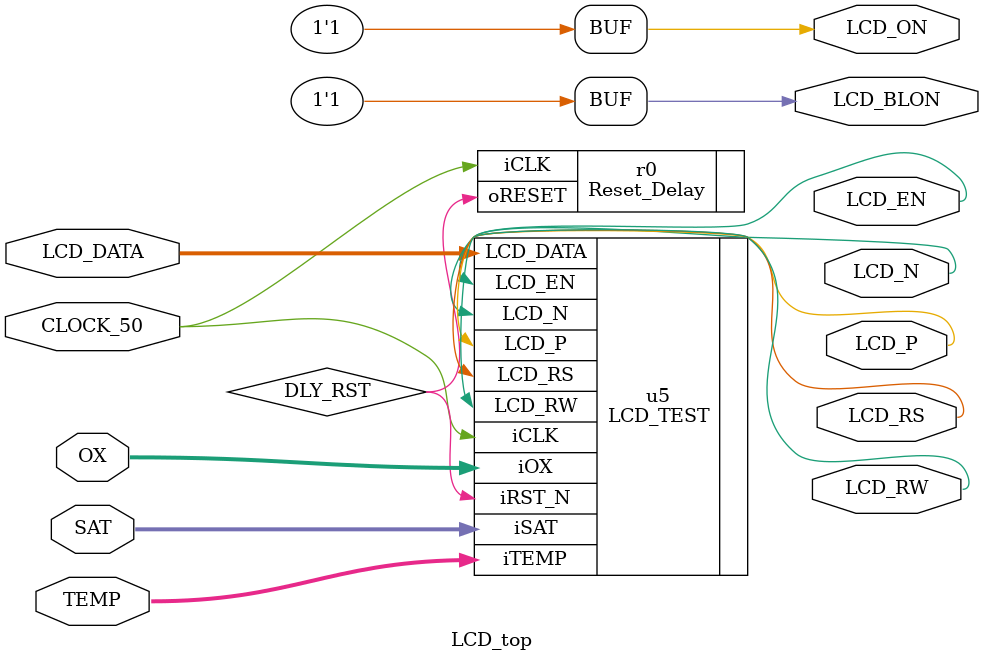
<source format=v>

module LCD_top(
                CLOCK_50,  //50 MZ
					  SAT,      //Valor de Saturación
					  OX,       //Valor de Oxigencaión
					  TEMP,     //Valor de Temperatura
                 LCD_ON,   //LCD Power ON/OFF
                 LCD_BLON, //LCD Back Light ON/OFF
                 LCD_RW,   //LCD Read/Write Select, 0 = Write, 1 = Read
                 LCD_EN,   //LCD Enable
                 LCD_RS,   //LCD Command/Data Select, 0 = Command, 1 = Data
                 LCD_DATA, //LCD Data bus 8 bits
                 LCD_N,    //Negativo Diodo Back Light
                 LCD_P     //Positivo Diodo Back Light
               );
               
input CLOCK_50;       //50 MHz
input [7:0] SAT;      //Valor de Saturación
input [7:0] TEMP;     //Valor de Temperatura
input [7:0] OX;       //Valor de Oxigencaión
inout [7:0] LCD_DATA; //LCD Data bus 8 bits

output LCD_ON;        //LCD Power ON/OFF
output LCD_BLON;      //LCD Back Light ON/OFF
output LCD_RW;        //LCD Read/Write Select, 0 = Write, 1 = Read
output LCD_EN;        //LCD Enable
output LCD_RS;        //LCD Command/Data Select, 0 = Command, 1 = Data
output LCD_N;         //Negativo Diodo Back Light
output LCD_P;         //Positivo Diodo Back Light

//LCD ON
assign LCD_ON =   1'b1;
assign LCD_BLON = 1'b1;
//Back Light ON

wire DLY_RST;

Reset_Delay r0 ( .iCLK(CLOCK_50), .oRESET(DLY_RST)  );

LCD_TEST u5 (//Host Side
             .iCLK(CLOCK_50),
				 .iSAT(SAT),
				 .iTEMP(TEMP),
				 .iOX(OX),
             .iRST_N(DLY_RST),
             //    LCD Side
             .LCD_DATA(LCD_DATA),
             .LCD_RW(LCD_RW),
             .LCD_EN(LCD_EN),
             .LCD_RS(LCD_RS),   
				 .LCD_N(LCD_N),                            
				 .LCD_P(LCD_P)
             );

endmodule

</source>
